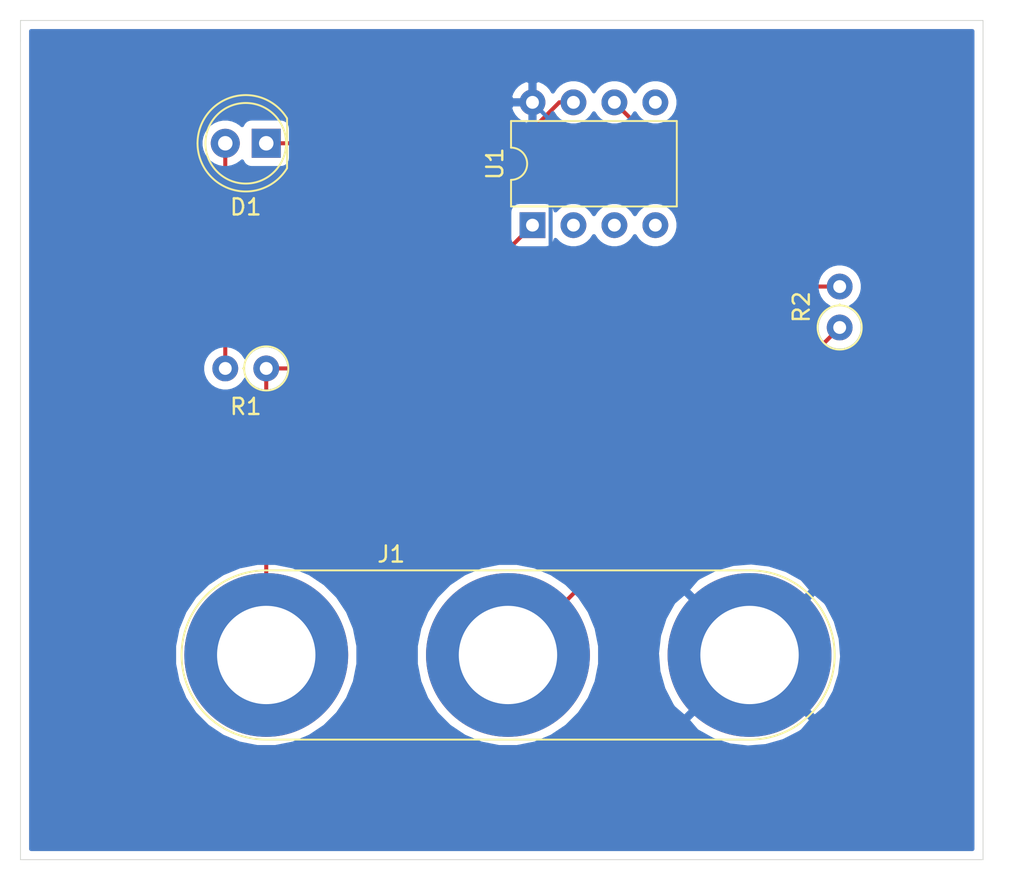
<source format=kicad_pcb>
(kicad_pcb (version 20171130) (host pcbnew 5.1.6-c6e7f7d~87~ubuntu20.04.1)

  (general
    (thickness 1.6)
    (drawings 5)
    (tracks 14)
    (zones 0)
    (modules 5)
    (nets 11)
  )

  (page A4)
  (layers
    (0 F.Cu signal)
    (31 B.Cu signal)
    (32 B.Adhes user)
    (33 F.Adhes user)
    (34 B.Paste user)
    (35 F.Paste user)
    (36 B.SilkS user)
    (37 F.SilkS user)
    (38 B.Mask user)
    (39 F.Mask user)
    (40 Dwgs.User user)
    (41 Cmts.User user)
    (42 Eco1.User user)
    (43 Eco2.User user)
    (44 Edge.Cuts user)
    (45 Margin user)
    (46 B.CrtYd user)
    (47 F.CrtYd user)
    (48 B.Fab user)
    (49 F.Fab user)
  )

  (setup
    (last_trace_width 0.25)
    (trace_clearance 0.2)
    (zone_clearance 0.508)
    (zone_45_only no)
    (trace_min 0.2)
    (via_size 0.8)
    (via_drill 0.4)
    (via_min_size 0.4)
    (via_min_drill 0.3)
    (uvia_size 0.3)
    (uvia_drill 0.1)
    (uvias_allowed no)
    (uvia_min_size 0.2)
    (uvia_min_drill 0.1)
    (edge_width 0.05)
    (segment_width 0.2)
    (pcb_text_width 0.3)
    (pcb_text_size 1.5 1.5)
    (mod_edge_width 0.12)
    (mod_text_size 1 1)
    (mod_text_width 0.15)
    (pad_size 1.524 1.524)
    (pad_drill 0.762)
    (pad_to_mask_clearance 0.05)
    (aux_axis_origin 0 0)
    (visible_elements FFFFFF7F)
    (pcbplotparams
      (layerselection 0x010fc_ffffffff)
      (usegerberextensions false)
      (usegerberattributes true)
      (usegerberadvancedattributes true)
      (creategerberjobfile true)
      (excludeedgelayer true)
      (linewidth 0.100000)
      (plotframeref false)
      (viasonmask false)
      (mode 1)
      (useauxorigin false)
      (hpglpennumber 1)
      (hpglpenspeed 20)
      (hpglpendiameter 15.000000)
      (psnegative false)
      (psa4output false)
      (plotreference true)
      (plotvalue true)
      (plotinvisibletext false)
      (padsonsilk false)
      (subtractmaskfromsilk false)
      (outputformat 1)
      (mirror false)
      (drillshape 0)
      (scaleselection 1)
      (outputdirectory "/home/trs/Gait_Project/GaitCircuitDesign/GettingStarted/PCBImpressao/"))
  )

  (net 0 "")
  (net 1 /uCtoLED)
  (net 2 /LEDtoR)
  (net 3 VCC)
  (net 4 GND)
  (net 5 /INPUTtoR)
  (net 6 /INPUT)
  (net 7 "Net-(U1-Pad5)")
  (net 8 "Net-(U1-Pad2)")
  (net 9 "Net-(U1-Pad3)")
  (net 10 "Net-(U1-Pad4)")

  (net_class Default "This is the default net class."
    (clearance 0.2)
    (trace_width 0.25)
    (via_dia 0.8)
    (via_drill 0.4)
    (uvia_dia 0.3)
    (uvia_drill 0.1)
    (add_net /INPUT)
    (add_net /INPUTtoR)
    (add_net /LEDtoR)
    (add_net /uCtoLED)
    (add_net GND)
    (add_net "Net-(U1-Pad2)")
    (add_net "Net-(U1-Pad3)")
    (add_net "Net-(U1-Pad4)")
    (add_net "Net-(U1-Pad5)")
    (add_net VCC)
  )

  (module LED_THT:LED_D5.0mm (layer F.Cu) (tedit 5995936A) (tstamp 5F1BA625)
    (at 129.54 82.55 180)
    (descr "LED, diameter 5.0mm, 2 pins, http://cdn-reichelt.de/documents/datenblatt/A500/LL-504BC2E-009.pdf")
    (tags "LED diameter 5.0mm 2 pins")
    (path /5F205ABC)
    (fp_text reference D1 (at 1.27 -3.96) (layer F.SilkS)
      (effects (font (size 1 1) (thickness 0.15)))
    )
    (fp_text value LED (at 1.27 3.96) (layer F.Fab)
      (effects (font (size 1 1) (thickness 0.15)))
    )
    (fp_circle (center 1.27 0) (end 3.77 0) (layer F.Fab) (width 0.1))
    (fp_circle (center 1.27 0) (end 3.77 0) (layer F.SilkS) (width 0.12))
    (fp_line (start -1.23 -1.469694) (end -1.23 1.469694) (layer F.Fab) (width 0.1))
    (fp_line (start -1.29 -1.545) (end -1.29 1.545) (layer F.SilkS) (width 0.12))
    (fp_line (start -1.95 -3.25) (end -1.95 3.25) (layer F.CrtYd) (width 0.05))
    (fp_line (start -1.95 3.25) (end 4.5 3.25) (layer F.CrtYd) (width 0.05))
    (fp_line (start 4.5 3.25) (end 4.5 -3.25) (layer F.CrtYd) (width 0.05))
    (fp_line (start 4.5 -3.25) (end -1.95 -3.25) (layer F.CrtYd) (width 0.05))
    (fp_arc (start 1.27 0) (end -1.23 -1.469694) (angle 299.1) (layer F.Fab) (width 0.1))
    (fp_arc (start 1.27 0) (end -1.29 -1.54483) (angle 148.9) (layer F.SilkS) (width 0.12))
    (fp_arc (start 1.27 0) (end -1.29 1.54483) (angle -148.9) (layer F.SilkS) (width 0.12))
    (fp_text user %R (at 1.25 0) (layer F.Fab)
      (effects (font (size 0.8 0.8) (thickness 0.2)))
    )
    (pad 1 thru_hole rect (at 0 0 180) (size 1.8 1.8) (drill 0.9) (layers *.Cu *.Mask)
      (net 1 /uCtoLED))
    (pad 2 thru_hole circle (at 2.54 0 180) (size 1.8 1.8) (drill 0.9) (layers *.Cu *.Mask)
      (net 2 /LEDtoR))
    (model ${KISYS3DMOD}/LED_THT.3dshapes/LED_D5.0mm.wrl
      (at (xyz 0 0 0))
      (scale (xyz 1 1 1))
      (rotate (xyz 0 0 0))
    )
  )

  (module Connector:Banana_Jack_3Pin (layer F.Cu) (tedit 5A1AB217) (tstamp 5F1BA499)
    (at 129.54 114.3)
    (descr "Triple banana socket, footprint - 3 x 6mm drills")
    (tags "banana socket")
    (path /5F20E196)
    (fp_text reference J1 (at 7.75 -6.25) (layer F.SilkS)
      (effects (font (size 1 1) (thickness 0.15)))
    )
    (fp_text value MYCONN3 (at 22.5 -6.25) (layer F.Fab)
      (effects (font (size 1 1) (thickness 0.15)))
    )
    (fp_line (start 30 5.5) (end 0 5.5) (layer F.CrtYd) (width 0.05))
    (fp_line (start 0 -5.5) (end 30 -5.5) (layer F.CrtYd) (width 0.05))
    (fp_line (start 0 5.25) (end 30 5.25) (layer F.SilkS) (width 0.12))
    (fp_line (start 30 -5.25) (end 0 -5.25) (layer F.SilkS) (width 0.12))
    (fp_circle (center 30 0) (end 30 -2) (layer F.Fab) (width 0.1))
    (fp_circle (center 30 0) (end 30 -4.75) (layer F.Fab) (width 0.1))
    (fp_circle (center 15 0) (end 19.75 0) (layer F.Fab) (width 0.1))
    (fp_circle (center 15 0) (end 17 0) (layer F.Fab) (width 0.1))
    (fp_circle (center 0 0) (end 4.75 0) (layer F.Fab) (width 0.1))
    (fp_circle (center 0 0) (end 2 0) (layer F.Fab) (width 0.1))
    (fp_text user %R (at 14.99 0) (layer F.Fab)
      (effects (font (size 0.8 0.8) (thickness 0.12)))
    )
    (fp_arc (start 0 0) (end 0 5.5) (angle 180) (layer F.CrtYd) (width 0.05))
    (fp_arc (start 30 0) (end 30 -5.5) (angle 180) (layer F.CrtYd) (width 0.05))
    (fp_arc (start 30 0) (end 30 -5.25) (angle 180) (layer F.SilkS) (width 0.12))
    (fp_arc (start 0 0) (end 0 5.25) (angle 180) (layer F.SilkS) (width 0.12))
    (pad 1 thru_hole circle (at 0 0) (size 10.16 10.16) (drill 6.1) (layers *.Cu *.Mask)
      (net 3 VCC))
    (pad 3 thru_hole circle (at 29.97 0) (size 10.16 10.16) (drill 6.1) (layers *.Cu *.Mask)
      (net 4 GND))
    (pad 2 thru_hole circle (at 14.99 0) (size 10.16 10.16) (drill 6.1) (layers *.Cu *.Mask)
      (net 5 /INPUTtoR))
    (model ${KISYS3DMOD}/Connector.3dshapes/Banana_Jack_3Pin.wrl
      (offset (xyz 14.9999997746626 0 0))
      (scale (xyz 2 2 2))
      (rotate (xyz 0 0 0))
    )
  )

  (module Resistor_THT:R_Axial_DIN0207_L6.3mm_D2.5mm_P2.54mm_Vertical (layer F.Cu) (tedit 5AE5139B) (tstamp 5F1BAD04)
    (at 129.54 96.52 180)
    (descr "Resistor, Axial_DIN0207 series, Axial, Vertical, pin pitch=2.54mm, 0.25W = 1/4W, length*diameter=6.3*2.5mm^2, http://cdn-reichelt.de/documents/datenblatt/B400/1_4W%23YAG.pdf")
    (tags "Resistor Axial_DIN0207 series Axial Vertical pin pitch 2.54mm 0.25W = 1/4W length 6.3mm diameter 2.5mm")
    (path /5F20285D)
    (fp_text reference R1 (at 1.27 -2.37) (layer F.SilkS)
      (effects (font (size 1 1) (thickness 0.15)))
    )
    (fp_text value 1k (at 1.27 2.37 270) (layer F.Fab)
      (effects (font (size 1 1) (thickness 0.15)))
    )
    (fp_circle (center 0 0) (end 1.25 0) (layer F.Fab) (width 0.1))
    (fp_circle (center 0 0) (end 1.37 0) (layer F.SilkS) (width 0.12))
    (fp_line (start 0 0) (end 2.54 0) (layer F.Fab) (width 0.1))
    (fp_line (start 1.37 0) (end 1.44 0) (layer F.SilkS) (width 0.12))
    (fp_line (start -1.5 -1.5) (end -1.5 1.5) (layer F.CrtYd) (width 0.05))
    (fp_line (start -1.5 1.5) (end 3.59 1.5) (layer F.CrtYd) (width 0.05))
    (fp_line (start 3.59 1.5) (end 3.59 -1.5) (layer F.CrtYd) (width 0.05))
    (fp_line (start 3.59 -1.5) (end -1.5 -1.5) (layer F.CrtYd) (width 0.05))
    (fp_text user %R (at 1.27 -2.37) (layer F.Fab)
      (effects (font (size 1 1) (thickness 0.15)))
    )
    (pad 1 thru_hole circle (at 0 0 180) (size 1.6 1.6) (drill 0.8) (layers *.Cu *.Mask)
      (net 3 VCC))
    (pad 2 thru_hole oval (at 2.54 0 180) (size 1.6 1.6) (drill 0.8) (layers *.Cu *.Mask)
      (net 2 /LEDtoR))
    (model ${KISYS3DMOD}/Resistor_THT.3dshapes/R_Axial_DIN0207_L6.3mm_D2.5mm_P2.54mm_Vertical.wrl
      (at (xyz 0 0 0))
      (scale (xyz 1 1 1))
      (rotate (xyz 0 0 0))
    )
  )

  (module Resistor_THT:R_Axial_DIN0207_L6.3mm_D2.5mm_P2.54mm_Vertical (layer F.Cu) (tedit 5AE5139B) (tstamp 5F1BA4B7)
    (at 165.1 93.98 90)
    (descr "Resistor, Axial_DIN0207 series, Axial, Vertical, pin pitch=2.54mm, 0.25W = 1/4W, length*diameter=6.3*2.5mm^2, http://cdn-reichelt.de/documents/datenblatt/B400/1_4W%23YAG.pdf")
    (tags "Resistor Axial_DIN0207 series Axial Vertical pin pitch 2.54mm 0.25W = 1/4W length 6.3mm diameter 2.5mm")
    (path /5F203AC9)
    (fp_text reference R2 (at 1.27 -2.37 90) (layer F.SilkS)
      (effects (font (size 1 1) (thickness 0.15)))
    )
    (fp_text value 100 (at 1.27 2.37 90) (layer F.Fab)
      (effects (font (size 1 1) (thickness 0.15)))
    )
    (fp_line (start 3.59 -1.5) (end -1.5 -1.5) (layer F.CrtYd) (width 0.05))
    (fp_line (start 3.59 1.5) (end 3.59 -1.5) (layer F.CrtYd) (width 0.05))
    (fp_line (start -1.5 1.5) (end 3.59 1.5) (layer F.CrtYd) (width 0.05))
    (fp_line (start -1.5 -1.5) (end -1.5 1.5) (layer F.CrtYd) (width 0.05))
    (fp_line (start 1.37 0) (end 1.44 0) (layer F.SilkS) (width 0.12))
    (fp_line (start 0 0) (end 2.54 0) (layer F.Fab) (width 0.1))
    (fp_circle (center 0 0) (end 1.37 0) (layer F.SilkS) (width 0.12))
    (fp_circle (center 0 0) (end 1.25 0) (layer F.Fab) (width 0.1))
    (fp_text user %R (at 1.27 -2.37 90) (layer F.Fab)
      (effects (font (size 1 1) (thickness 0.15)))
    )
    (pad 2 thru_hole oval (at 2.54 0 90) (size 1.6 1.6) (drill 0.8) (layers *.Cu *.Mask)
      (net 6 /INPUT))
    (pad 1 thru_hole circle (at 0 0 90) (size 1.6 1.6) (drill 0.8) (layers *.Cu *.Mask)
      (net 5 /INPUTtoR))
    (model ${KISYS3DMOD}/Resistor_THT.3dshapes/R_Axial_DIN0207_L6.3mm_D2.5mm_P2.54mm_Vertical.wrl
      (at (xyz 0 0 0))
      (scale (xyz 1 1 1))
      (rotate (xyz 0 0 0))
    )
  )

  (module Package_DIP:DIP-8_W7.62mm (layer F.Cu) (tedit 5A02E8C5) (tstamp 5F1BA88B)
    (at 146.05 87.63 90)
    (descr "8-lead though-hole mounted DIP package, row spacing 7.62 mm (300 mils)")
    (tags "THT DIP DIL PDIP 2.54mm 7.62mm 300mil")
    (path /5F205199)
    (fp_text reference U1 (at 3.81 -2.33 90) (layer F.SilkS)
      (effects (font (size 1 1) (thickness 0.15)))
    )
    (fp_text value PIC12C508A-ISN (at 3.81 9.95 90) (layer F.Fab)
      (effects (font (size 1 1) (thickness 0.15)))
    )
    (fp_line (start 1.635 -1.27) (end 6.985 -1.27) (layer F.Fab) (width 0.1))
    (fp_line (start 6.985 -1.27) (end 6.985 8.89) (layer F.Fab) (width 0.1))
    (fp_line (start 6.985 8.89) (end 0.635 8.89) (layer F.Fab) (width 0.1))
    (fp_line (start 0.635 8.89) (end 0.635 -0.27) (layer F.Fab) (width 0.1))
    (fp_line (start 0.635 -0.27) (end 1.635 -1.27) (layer F.Fab) (width 0.1))
    (fp_line (start 2.81 -1.33) (end 1.16 -1.33) (layer F.SilkS) (width 0.12))
    (fp_line (start 1.16 -1.33) (end 1.16 8.95) (layer F.SilkS) (width 0.12))
    (fp_line (start 1.16 8.95) (end 6.46 8.95) (layer F.SilkS) (width 0.12))
    (fp_line (start 6.46 8.95) (end 6.46 -1.33) (layer F.SilkS) (width 0.12))
    (fp_line (start 6.46 -1.33) (end 4.81 -1.33) (layer F.SilkS) (width 0.12))
    (fp_line (start -1.1 -1.55) (end -1.1 9.15) (layer F.CrtYd) (width 0.05))
    (fp_line (start -1.1 9.15) (end 8.7 9.15) (layer F.CrtYd) (width 0.05))
    (fp_line (start 8.7 9.15) (end 8.7 -1.55) (layer F.CrtYd) (width 0.05))
    (fp_line (start 8.7 -1.55) (end -1.1 -1.55) (layer F.CrtYd) (width 0.05))
    (fp_arc (start 3.81 -1.33) (end 2.81 -1.33) (angle -180) (layer F.SilkS) (width 0.12))
    (fp_text user %R (at 3.81 3.81 90) (layer F.Fab)
      (effects (font (size 1 1) (thickness 0.15)))
    )
    (pad 1 thru_hole rect (at 0 0 90) (size 1.6 1.6) (drill 0.8) (layers *.Cu *.Mask)
      (net 3 VCC))
    (pad 5 thru_hole oval (at 7.62 7.62 90) (size 1.6 1.6) (drill 0.8) (layers *.Cu *.Mask)
      (net 7 "Net-(U1-Pad5)"))
    (pad 2 thru_hole oval (at 0 2.54 90) (size 1.6 1.6) (drill 0.8) (layers *.Cu *.Mask)
      (net 8 "Net-(U1-Pad2)"))
    (pad 6 thru_hole oval (at 7.62 5.08 90) (size 1.6 1.6) (drill 0.8) (layers *.Cu *.Mask)
      (net 6 /INPUT))
    (pad 3 thru_hole oval (at 0 5.08 90) (size 1.6 1.6) (drill 0.8) (layers *.Cu *.Mask)
      (net 9 "Net-(U1-Pad3)"))
    (pad 7 thru_hole oval (at 7.62 2.54 90) (size 1.6 1.6) (drill 0.8) (layers *.Cu *.Mask)
      (net 1 /uCtoLED))
    (pad 4 thru_hole oval (at 0 7.62 90) (size 1.6 1.6) (drill 0.8) (layers *.Cu *.Mask)
      (net 10 "Net-(U1-Pad4)"))
    (pad 8 thru_hole oval (at 7.62 0 90) (size 1.6 1.6) (drill 0.8) (layers *.Cu *.Mask)
      (net 4 GND))
    (model ${KISYS3DMOD}/Package_DIP.3dshapes/DIP-8_W7.62mm.wrl
      (at (xyz 0 0 0))
      (scale (xyz 1 1 1))
      (rotate (xyz 0 0 0))
    )
  )

  (gr_line (start 114.3 74.93) (end 114.3 76.2) (layer Edge.Cuts) (width 0.05) (tstamp 5F1BAE66))
  (gr_line (start 173.99 74.93) (end 114.3 74.93) (layer Edge.Cuts) (width 0.05))
  (gr_line (start 173.99 127) (end 173.99 74.93) (layer Edge.Cuts) (width 0.05))
  (gr_line (start 114.3 127) (end 173.99 127) (layer Edge.Cuts) (width 0.05))
  (gr_line (start 114.3 76.2) (end 114.3 127) (layer Edge.Cuts) (width 0.05))

  (segment (start 147.715002 80.01) (end 148.59 80.01) (width 0.25) (layer F.Cu) (net 1))
  (segment (start 145.175002 82.55) (end 147.715002 80.01) (width 0.25) (layer F.Cu) (net 1))
  (segment (start 129.54 82.55) (end 145.175002 82.55) (width 0.25) (layer F.Cu) (net 1))
  (segment (start 127 96.52) (end 127 82.55) (width 0.25) (layer F.Cu) (net 2))
  (segment (start 129.54 114.3) (end 129.54 96.52) (width 0.25) (layer F.Cu) (net 3))
  (segment (start 137.16 96.52) (end 146.05 87.63) (width 0.25) (layer F.Cu) (net 3))
  (segment (start 129.54 96.52) (end 137.16 96.52) (width 0.25) (layer F.Cu) (net 3))
  (segment (start 147.175001 81.135001) (end 146.05 80.01) (width 0.25) (layer B.Cu) (net 4))
  (segment (start 147.175001 101.965001) (end 147.175001 81.135001) (width 0.25) (layer B.Cu) (net 4))
  (segment (start 159.51 114.3) (end 147.175001 101.965001) (width 0.25) (layer B.Cu) (net 4))
  (segment (start 144.78 114.3) (end 144.53 114.3) (width 0.25) (layer F.Cu) (net 5))
  (segment (start 165.1 93.98) (end 144.78 114.3) (width 0.25) (layer F.Cu) (net 5))
  (segment (start 162.56 91.44) (end 165.1 91.44) (width 0.25) (layer F.Cu) (net 6))
  (segment (start 151.13 80.01) (end 162.56 91.44) (width 0.25) (layer F.Cu) (net 6))

  (zone (net 4) (net_name GND) (layer B.Cu) (tstamp 5F1BAEF7) (hatch edge 0.508)
    (connect_pads (clearance 0.508))
    (min_thickness 0.254)
    (fill yes (arc_segments 32) (thermal_gap 0.508) (thermal_bridge_width 0.508))
    (polygon
      (pts
        (xy 176.53 128.27) (xy 113.03 128.27) (xy 113.03 73.66) (xy 176.53 73.66)
      )
    )
    (filled_polygon
      (pts
        (xy 173.33 126.34) (xy 114.96 126.34) (xy 114.96 113.737122) (xy 123.825 113.737122) (xy 123.825 114.862878)
        (xy 124.044625 115.967004) (xy 124.475433 117.007067) (xy 125.10087 117.9431) (xy 125.8969 118.73913) (xy 126.832933 119.364567)
        (xy 127.872996 119.795375) (xy 128.977122 120.015) (xy 130.102878 120.015) (xy 131.207004 119.795375) (xy 132.247067 119.364567)
        (xy 133.1831 118.73913) (xy 133.97913 117.9431) (xy 134.604567 117.007067) (xy 135.035375 115.967004) (xy 135.255 114.862878)
        (xy 135.255 113.737122) (xy 138.815 113.737122) (xy 138.815 114.862878) (xy 139.034625 115.967004) (xy 139.465433 117.007067)
        (xy 140.09087 117.9431) (xy 140.8869 118.73913) (xy 141.822933 119.364567) (xy 142.862996 119.795375) (xy 143.967122 120.015)
        (xy 145.092878 120.015) (xy 146.197004 119.795375) (xy 147.237067 119.364567) (xy 148.1731 118.73913) (xy 148.575034 118.337196)
        (xy 155.652409 118.337196) (xy 156.238124 119.019416) (xy 157.221704 119.567045) (xy 158.293223 119.912265) (xy 159.411501 120.041808)
        (xy 160.533565 119.950697) (xy 161.616294 119.642433) (xy 162.618079 119.128863) (xy 162.781876 119.019416) (xy 163.367591 118.337196)
        (xy 159.51 114.479605) (xy 155.652409 118.337196) (xy 148.575034 118.337196) (xy 148.96913 117.9431) (xy 149.594567 117.007067)
        (xy 150.025375 115.967004) (xy 150.245 114.862878) (xy 150.245 114.201501) (xy 153.768192 114.201501) (xy 153.859303 115.323565)
        (xy 154.167567 116.406294) (xy 154.681137 117.408079) (xy 154.790584 117.571876) (xy 155.472804 118.157591) (xy 159.330395 114.3)
        (xy 159.689605 114.3) (xy 163.547196 118.157591) (xy 164.229416 117.571876) (xy 164.777045 116.588296) (xy 165.122265 115.516777)
        (xy 165.251808 114.398499) (xy 165.160697 113.276435) (xy 164.852433 112.193706) (xy 164.338863 111.191921) (xy 164.229416 111.028124)
        (xy 163.547196 110.442409) (xy 159.689605 114.3) (xy 159.330395 114.3) (xy 155.472804 110.442409) (xy 154.790584 111.028124)
        (xy 154.242955 112.011704) (xy 153.897735 113.083223) (xy 153.768192 114.201501) (xy 150.245 114.201501) (xy 150.245 113.737122)
        (xy 150.025375 112.632996) (xy 149.594567 111.592933) (xy 148.96913 110.6569) (xy 148.575034 110.262804) (xy 155.652409 110.262804)
        (xy 159.51 114.120395) (xy 163.367591 110.262804) (xy 162.781876 109.580584) (xy 161.798296 109.032955) (xy 160.726777 108.687735)
        (xy 159.608499 108.558192) (xy 158.486435 108.649303) (xy 157.403706 108.957567) (xy 156.401921 109.471137) (xy 156.238124 109.580584)
        (xy 155.652409 110.262804) (xy 148.575034 110.262804) (xy 148.1731 109.86087) (xy 147.237067 109.235433) (xy 146.197004 108.804625)
        (xy 145.092878 108.585) (xy 143.967122 108.585) (xy 142.862996 108.804625) (xy 141.822933 109.235433) (xy 140.8869 109.86087)
        (xy 140.09087 110.6569) (xy 139.465433 111.592933) (xy 139.034625 112.632996) (xy 138.815 113.737122) (xy 135.255 113.737122)
        (xy 135.035375 112.632996) (xy 134.604567 111.592933) (xy 133.97913 110.6569) (xy 133.1831 109.86087) (xy 132.247067 109.235433)
        (xy 131.207004 108.804625) (xy 130.102878 108.585) (xy 128.977122 108.585) (xy 127.872996 108.804625) (xy 126.832933 109.235433)
        (xy 125.8969 109.86087) (xy 125.10087 110.6569) (xy 124.475433 111.592933) (xy 124.044625 112.632996) (xy 123.825 113.737122)
        (xy 114.96 113.737122) (xy 114.96 96.378665) (xy 125.565 96.378665) (xy 125.565 96.661335) (xy 125.620147 96.938574)
        (xy 125.72832 97.199727) (xy 125.885363 97.434759) (xy 126.085241 97.634637) (xy 126.320273 97.79168) (xy 126.581426 97.899853)
        (xy 126.858665 97.955) (xy 127.141335 97.955) (xy 127.418574 97.899853) (xy 127.679727 97.79168) (xy 127.914759 97.634637)
        (xy 128.114637 97.434759) (xy 128.27 97.202241) (xy 128.425363 97.434759) (xy 128.625241 97.634637) (xy 128.860273 97.79168)
        (xy 129.121426 97.899853) (xy 129.398665 97.955) (xy 129.681335 97.955) (xy 129.958574 97.899853) (xy 130.219727 97.79168)
        (xy 130.454759 97.634637) (xy 130.654637 97.434759) (xy 130.81168 97.199727) (xy 130.919853 96.938574) (xy 130.975 96.661335)
        (xy 130.975 96.378665) (xy 130.919853 96.101426) (xy 130.81168 95.840273) (xy 130.654637 95.605241) (xy 130.454759 95.405363)
        (xy 130.219727 95.24832) (xy 129.958574 95.140147) (xy 129.681335 95.085) (xy 129.398665 95.085) (xy 129.121426 95.140147)
        (xy 128.860273 95.24832) (xy 128.625241 95.405363) (xy 128.425363 95.605241) (xy 128.27 95.837759) (xy 128.114637 95.605241)
        (xy 127.914759 95.405363) (xy 127.679727 95.24832) (xy 127.418574 95.140147) (xy 127.141335 95.085) (xy 126.858665 95.085)
        (xy 126.581426 95.140147) (xy 126.320273 95.24832) (xy 126.085241 95.405363) (xy 125.885363 95.605241) (xy 125.72832 95.840273)
        (xy 125.620147 96.101426) (xy 125.565 96.378665) (xy 114.96 96.378665) (xy 114.96 91.298665) (xy 163.665 91.298665)
        (xy 163.665 91.581335) (xy 163.720147 91.858574) (xy 163.82832 92.119727) (xy 163.985363 92.354759) (xy 164.185241 92.554637)
        (xy 164.417759 92.71) (xy 164.185241 92.865363) (xy 163.985363 93.065241) (xy 163.82832 93.300273) (xy 163.720147 93.561426)
        (xy 163.665 93.838665) (xy 163.665 94.121335) (xy 163.720147 94.398574) (xy 163.82832 94.659727) (xy 163.985363 94.894759)
        (xy 164.185241 95.094637) (xy 164.420273 95.25168) (xy 164.681426 95.359853) (xy 164.958665 95.415) (xy 165.241335 95.415)
        (xy 165.518574 95.359853) (xy 165.779727 95.25168) (xy 166.014759 95.094637) (xy 166.214637 94.894759) (xy 166.37168 94.659727)
        (xy 166.479853 94.398574) (xy 166.535 94.121335) (xy 166.535 93.838665) (xy 166.479853 93.561426) (xy 166.37168 93.300273)
        (xy 166.214637 93.065241) (xy 166.014759 92.865363) (xy 165.782241 92.71) (xy 166.014759 92.554637) (xy 166.214637 92.354759)
        (xy 166.37168 92.119727) (xy 166.479853 91.858574) (xy 166.535 91.581335) (xy 166.535 91.298665) (xy 166.479853 91.021426)
        (xy 166.37168 90.760273) (xy 166.214637 90.525241) (xy 166.014759 90.325363) (xy 165.779727 90.16832) (xy 165.518574 90.060147)
        (xy 165.241335 90.005) (xy 164.958665 90.005) (xy 164.681426 90.060147) (xy 164.420273 90.16832) (xy 164.185241 90.325363)
        (xy 163.985363 90.525241) (xy 163.82832 90.760273) (xy 163.720147 91.021426) (xy 163.665 91.298665) (xy 114.96 91.298665)
        (xy 114.96 86.83) (xy 144.611928 86.83) (xy 144.611928 88.43) (xy 144.624188 88.554482) (xy 144.660498 88.67418)
        (xy 144.719463 88.784494) (xy 144.798815 88.881185) (xy 144.895506 88.960537) (xy 145.00582 89.019502) (xy 145.125518 89.055812)
        (xy 145.25 89.068072) (xy 146.85 89.068072) (xy 146.974482 89.055812) (xy 147.09418 89.019502) (xy 147.204494 88.960537)
        (xy 147.301185 88.881185) (xy 147.380537 88.784494) (xy 147.439502 88.67418) (xy 147.475812 88.554482) (xy 147.476643 88.546039)
        (xy 147.675241 88.744637) (xy 147.910273 88.90168) (xy 148.171426 89.009853) (xy 148.448665 89.065) (xy 148.731335 89.065)
        (xy 149.008574 89.009853) (xy 149.269727 88.90168) (xy 149.504759 88.744637) (xy 149.704637 88.544759) (xy 149.86 88.312241)
        (xy 150.015363 88.544759) (xy 150.215241 88.744637) (xy 150.450273 88.90168) (xy 150.711426 89.009853) (xy 150.988665 89.065)
        (xy 151.271335 89.065) (xy 151.548574 89.009853) (xy 151.809727 88.90168) (xy 152.044759 88.744637) (xy 152.244637 88.544759)
        (xy 152.4 88.312241) (xy 152.555363 88.544759) (xy 152.755241 88.744637) (xy 152.990273 88.90168) (xy 153.251426 89.009853)
        (xy 153.528665 89.065) (xy 153.811335 89.065) (xy 154.088574 89.009853) (xy 154.349727 88.90168) (xy 154.584759 88.744637)
        (xy 154.784637 88.544759) (xy 154.94168 88.309727) (xy 155.049853 88.048574) (xy 155.105 87.771335) (xy 155.105 87.488665)
        (xy 155.049853 87.211426) (xy 154.94168 86.950273) (xy 154.784637 86.715241) (xy 154.584759 86.515363) (xy 154.349727 86.35832)
        (xy 154.088574 86.250147) (xy 153.811335 86.195) (xy 153.528665 86.195) (xy 153.251426 86.250147) (xy 152.990273 86.35832)
        (xy 152.755241 86.515363) (xy 152.555363 86.715241) (xy 152.4 86.947759) (xy 152.244637 86.715241) (xy 152.044759 86.515363)
        (xy 151.809727 86.35832) (xy 151.548574 86.250147) (xy 151.271335 86.195) (xy 150.988665 86.195) (xy 150.711426 86.250147)
        (xy 150.450273 86.35832) (xy 150.215241 86.515363) (xy 150.015363 86.715241) (xy 149.86 86.947759) (xy 149.704637 86.715241)
        (xy 149.504759 86.515363) (xy 149.269727 86.35832) (xy 149.008574 86.250147) (xy 148.731335 86.195) (xy 148.448665 86.195)
        (xy 148.171426 86.250147) (xy 147.910273 86.35832) (xy 147.675241 86.515363) (xy 147.476643 86.713961) (xy 147.475812 86.705518)
        (xy 147.439502 86.58582) (xy 147.380537 86.475506) (xy 147.301185 86.378815) (xy 147.204494 86.299463) (xy 147.09418 86.240498)
        (xy 146.974482 86.204188) (xy 146.85 86.191928) (xy 145.25 86.191928) (xy 145.125518 86.204188) (xy 145.00582 86.240498)
        (xy 144.895506 86.299463) (xy 144.798815 86.378815) (xy 144.719463 86.475506) (xy 144.660498 86.58582) (xy 144.624188 86.705518)
        (xy 144.611928 86.83) (xy 114.96 86.83) (xy 114.96 82.398816) (xy 125.465 82.398816) (xy 125.465 82.701184)
        (xy 125.523989 82.997743) (xy 125.639701 83.277095) (xy 125.807688 83.528505) (xy 126.021495 83.742312) (xy 126.272905 83.910299)
        (xy 126.552257 84.026011) (xy 126.848816 84.085) (xy 127.151184 84.085) (xy 127.447743 84.026011) (xy 127.727095 83.910299)
        (xy 127.978505 83.742312) (xy 128.044944 83.675873) (xy 128.050498 83.69418) (xy 128.109463 83.804494) (xy 128.188815 83.901185)
        (xy 128.285506 83.980537) (xy 128.39582 84.039502) (xy 128.515518 84.075812) (xy 128.64 84.088072) (xy 130.44 84.088072)
        (xy 130.564482 84.075812) (xy 130.68418 84.039502) (xy 130.794494 83.980537) (xy 130.891185 83.901185) (xy 130.970537 83.804494)
        (xy 131.029502 83.69418) (xy 131.065812 83.574482) (xy 131.078072 83.45) (xy 131.078072 81.65) (xy 131.065812 81.525518)
        (xy 131.029502 81.40582) (xy 130.970537 81.295506) (xy 130.891185 81.198815) (xy 130.794494 81.119463) (xy 130.68418 81.060498)
        (xy 130.564482 81.024188) (xy 130.44 81.011928) (xy 128.64 81.011928) (xy 128.515518 81.024188) (xy 128.39582 81.060498)
        (xy 128.285506 81.119463) (xy 128.188815 81.198815) (xy 128.109463 81.295506) (xy 128.050498 81.40582) (xy 128.044944 81.424127)
        (xy 127.978505 81.357688) (xy 127.727095 81.189701) (xy 127.447743 81.073989) (xy 127.151184 81.015) (xy 126.848816 81.015)
        (xy 126.552257 81.073989) (xy 126.272905 81.189701) (xy 126.021495 81.357688) (xy 125.807688 81.571495) (xy 125.639701 81.822905)
        (xy 125.523989 82.102257) (xy 125.465 82.398816) (xy 114.96 82.398816) (xy 114.96 80.35904) (xy 144.658091 80.35904)
        (xy 144.75293 80.623881) (xy 144.897615 80.865131) (xy 145.086586 81.073519) (xy 145.31258 81.241037) (xy 145.566913 81.361246)
        (xy 145.700961 81.401904) (xy 145.923 81.279915) (xy 145.923 80.137) (xy 144.779376 80.137) (xy 144.658091 80.35904)
        (xy 114.96 80.35904) (xy 114.96 79.66096) (xy 144.658091 79.66096) (xy 144.779376 79.883) (xy 145.923 79.883)
        (xy 145.923 78.740085) (xy 146.177 78.740085) (xy 146.177 79.883) (xy 146.197 79.883) (xy 146.197 80.137)
        (xy 146.177 80.137) (xy 146.177 81.279915) (xy 146.399039 81.401904) (xy 146.533087 81.361246) (xy 146.78742 81.241037)
        (xy 147.013414 81.073519) (xy 147.202385 80.865131) (xy 147.313933 80.679135) (xy 147.31832 80.689727) (xy 147.475363 80.924759)
        (xy 147.675241 81.124637) (xy 147.910273 81.28168) (xy 148.171426 81.389853) (xy 148.448665 81.445) (xy 148.731335 81.445)
        (xy 149.008574 81.389853) (xy 149.269727 81.28168) (xy 149.504759 81.124637) (xy 149.704637 80.924759) (xy 149.86 80.692241)
        (xy 150.015363 80.924759) (xy 150.215241 81.124637) (xy 150.450273 81.28168) (xy 150.711426 81.389853) (xy 150.988665 81.445)
        (xy 151.271335 81.445) (xy 151.548574 81.389853) (xy 151.809727 81.28168) (xy 152.044759 81.124637) (xy 152.244637 80.924759)
        (xy 152.4 80.692241) (xy 152.555363 80.924759) (xy 152.755241 81.124637) (xy 152.990273 81.28168) (xy 153.251426 81.389853)
        (xy 153.528665 81.445) (xy 153.811335 81.445) (xy 154.088574 81.389853) (xy 154.349727 81.28168) (xy 154.584759 81.124637)
        (xy 154.784637 80.924759) (xy 154.94168 80.689727) (xy 155.049853 80.428574) (xy 155.105 80.151335) (xy 155.105 79.868665)
        (xy 155.049853 79.591426) (xy 154.94168 79.330273) (xy 154.784637 79.095241) (xy 154.584759 78.895363) (xy 154.349727 78.73832)
        (xy 154.088574 78.630147) (xy 153.811335 78.575) (xy 153.528665 78.575) (xy 153.251426 78.630147) (xy 152.990273 78.73832)
        (xy 152.755241 78.895363) (xy 152.555363 79.095241) (xy 152.4 79.327759) (xy 152.244637 79.095241) (xy 152.044759 78.895363)
        (xy 151.809727 78.73832) (xy 151.548574 78.630147) (xy 151.271335 78.575) (xy 150.988665 78.575) (xy 150.711426 78.630147)
        (xy 150.450273 78.73832) (xy 150.215241 78.895363) (xy 150.015363 79.095241) (xy 149.86 79.327759) (xy 149.704637 79.095241)
        (xy 149.504759 78.895363) (xy 149.269727 78.73832) (xy 149.008574 78.630147) (xy 148.731335 78.575) (xy 148.448665 78.575)
        (xy 148.171426 78.630147) (xy 147.910273 78.73832) (xy 147.675241 78.895363) (xy 147.475363 79.095241) (xy 147.31832 79.330273)
        (xy 147.313933 79.340865) (xy 147.202385 79.154869) (xy 147.013414 78.946481) (xy 146.78742 78.778963) (xy 146.533087 78.658754)
        (xy 146.399039 78.618096) (xy 146.177 78.740085) (xy 145.923 78.740085) (xy 145.700961 78.618096) (xy 145.566913 78.658754)
        (xy 145.31258 78.778963) (xy 145.086586 78.946481) (xy 144.897615 79.154869) (xy 144.75293 79.396119) (xy 144.658091 79.66096)
        (xy 114.96 79.66096) (xy 114.96 75.59) (xy 173.330001 75.59)
      )
    )
  )
)

</source>
